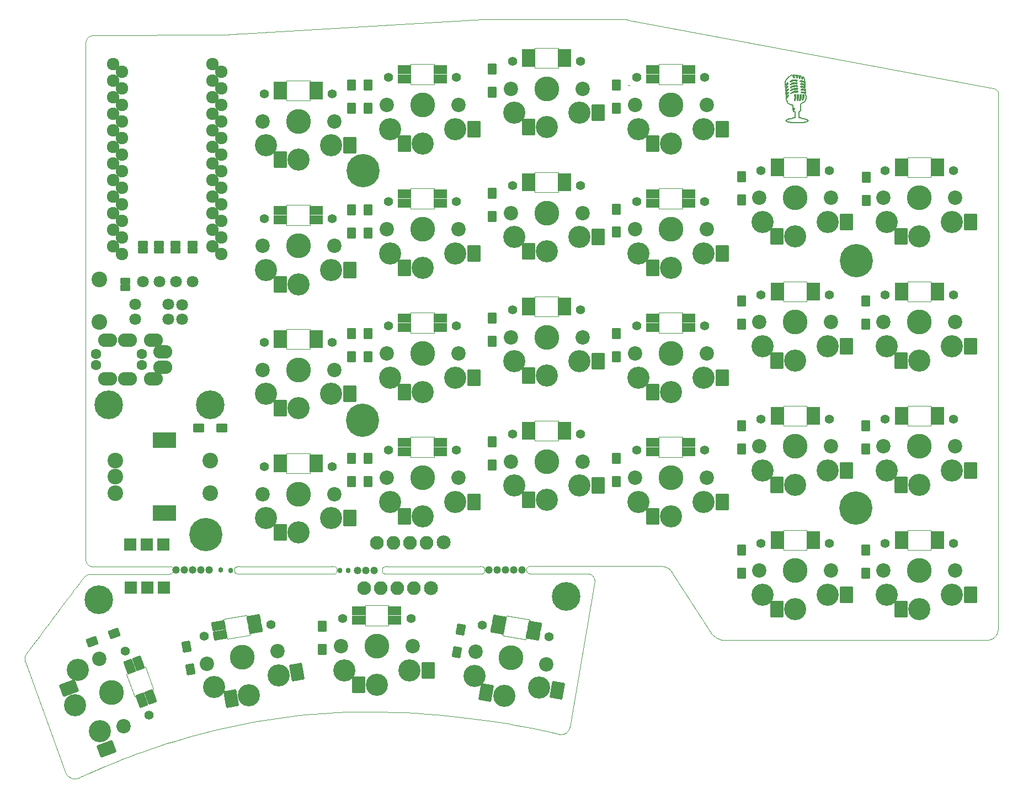
<source format=gts>
%TF.GenerationSoftware,KiCad,Pcbnew,(6.0.0)*%
%TF.CreationDate,2022-08-16T23:55:00+02:00*%
%TF.ProjectId,SofleKeyboard,536f666c-654b-4657-9962-6f6172642e6b,rev?*%
%TF.SameCoordinates,Original*%
%TF.FileFunction,Soldermask,Top*%
%TF.FilePolarity,Negative*%
%FSLAX46Y46*%
G04 Gerber Fmt 4.6, Leading zero omitted, Abs format (unit mm)*
G04 Created by KiCad (PCBNEW (6.0.0)) date 2022-08-16 23:55:00*
%MOMM*%
%LPD*%
G01*
G04 APERTURE LIST*
G04 Aperture macros list*
%AMRoundRect*
0 Rectangle with rounded corners*
0 $1 Rounding radius*
0 $2 $3 $4 $5 $6 $7 $8 $9 X,Y pos of 4 corners*
0 Add a 4 corners polygon primitive as box body*
4,1,4,$2,$3,$4,$5,$6,$7,$8,$9,$2,$3,0*
0 Add four circle primitives for the rounded corners*
1,1,$1+$1,$2,$3*
1,1,$1+$1,$4,$5*
1,1,$1+$1,$6,$7*
1,1,$1+$1,$8,$9*
0 Add four rect primitives between the rounded corners*
20,1,$1+$1,$2,$3,$4,$5,0*
20,1,$1+$1,$4,$5,$6,$7,0*
20,1,$1+$1,$6,$7,$8,$9,0*
20,1,$1+$1,$8,$9,$2,$3,0*%
G04 Aperture macros list end*
%ADD10C,0.200000*%
%ADD11C,0.090000*%
%TA.AperFunction,Profile*%
%ADD12C,0.120000*%
%TD*%
%ADD13C,1.187400*%
%ADD14C,4.400000*%
%ADD15C,1.797000*%
%ADD16C,1.600000*%
%ADD17O,2.900000X2.100000*%
%ADD18C,5.100000*%
%ADD19C,1.924000*%
%ADD20RoundRect,0.200000X0.571500X-0.317500X0.571500X0.317500X-0.571500X0.317500X-0.571500X-0.317500X0*%
%ADD21C,2.400000*%
%ADD22RoundRect,0.200000X-0.571500X0.317500X-0.571500X-0.317500X0.571500X-0.317500X0.571500X0.317500X0*%
%ADD23RoundRect,0.200000X-0.475000X0.650000X-0.475000X-0.650000X0.475000X-0.650000X0.475000X0.650000X0*%
%ADD24RoundRect,0.200000X-0.650000X-0.475000X0.650000X-0.475000X0.650000X0.475000X-0.650000X0.475000X0*%
%ADD25RoundRect,0.200000X0.448341X0.668667X-0.773260X0.224041X-0.448341X-0.668667X0.773260X-0.224041X0*%
%ADD26C,2.200000*%
%ADD27C,3.400000*%
%ADD28C,3.800000*%
%ADD29C,1.400000*%
%ADD30RoundRect,0.200000X0.850000X0.500000X-0.850000X0.500000X-0.850000X-0.500000X0.850000X-0.500000X0*%
%ADD31RoundRect,0.200000X0.800000X1.100000X-0.800000X1.100000X-0.800000X-1.100000X0.800000X-1.100000X0*%
%ADD32RoundRect,0.200000X0.760563X-0.627729X0.179129X0.969749X-0.760563X0.627729X-0.179129X-0.969749X0*%
%ADD33RoundRect,0.200000X1.307278X-0.375532X0.760046X1.127976X-1.307278X0.375532X-0.760046X-1.127976X0*%
%ADD34RoundRect,0.200000X-1.600000X-1.000000X1.600000X-1.000000X1.600000X1.000000X-1.600000X1.000000X0*%
%ADD35RoundRect,0.200000X0.750263X0.640005X-0.923911X0.344803X-0.750263X-0.640005X0.923911X-0.344803X0*%
%ADD36RoundRect,0.200000X0.596833X1.222207X-0.978859X0.944370X-0.596833X-1.222207X0.978859X-0.944370X0*%
%ADD37RoundRect,0.200000X0.923911X0.344803X-0.750263X0.640005X-0.923911X-0.344803X0.750263X-0.640005X0*%
%ADD38RoundRect,0.200000X0.978859X0.944370X-0.596833X1.222207X-0.978859X-0.944370X0.596833X-1.222207X0*%
%ADD39RoundRect,0.200000X-0.580655X0.557642X-0.354912X-0.722608X0.580655X-0.557642X0.354912X0.722608X0*%
%ADD40RoundRect,0.200000X-0.354912X0.722608X-0.580655X-0.557642X0.354912X-0.722608X0.580655X0.557642X0*%
%ADD41C,0.793700*%
%ADD42C,2.100000*%
%ADD43O,2.100000X2.100000*%
%ADD44C,2.152600*%
%ADD45RoundRect,0.200000X-0.762000X-0.762000X0.762000X-0.762000X0.762000X0.762000X-0.762000X0.762000X0*%
%ADD46RoundRect,0.200000X-0.762000X0.762000X-0.762000X-0.762000X0.762000X-0.762000X0.762000X0.762000X0*%
G04 APERTURE END LIST*
D10*
X197489726Y-46773377D02*
X197468560Y-46685183D01*
X195687037Y-44145178D02*
X195687037Y-44233373D01*
X197701384Y-45111786D02*
X197771944Y-45055351D01*
X197581452Y-46212451D02*
X197563817Y-45937295D01*
X197087554Y-43764172D02*
X197016994Y-43820629D01*
X196131540Y-44388596D02*
X196103312Y-44395658D01*
X196868834Y-44526184D02*
X196875896Y-44526184D01*
X197821338Y-44208676D02*
X198031160Y-44257980D01*
X198224063Y-44350514D01*
X198304642Y-44406230D01*
X197450926Y-42998650D02*
X197529303Y-43185179D01*
X197539120Y-43252640D01*
X196131540Y-44843671D02*
X196075084Y-44811933D01*
X197549692Y-43340835D02*
X197493257Y-43411394D01*
X197144011Y-43294993D02*
X197087554Y-43365532D01*
X197108720Y-46685183D02*
X197155463Y-46490270D01*
X197165754Y-46283116D01*
X197165177Y-46268907D01*
X197997727Y-46141891D02*
X197987133Y-45965502D01*
X198791477Y-49884880D02*
X198621861Y-49741109D01*
X198424135Y-49679321D01*
X198204490Y-49633982D01*
X197990664Y-49602640D01*
X196558388Y-48505506D02*
X196808868Y-48505506D01*
X195380122Y-44847203D02*
X195627049Y-44607316D01*
X197126355Y-44194572D02*
X197052285Y-44251007D01*
X196611313Y-47941071D02*
X196692445Y-48110397D01*
X195267230Y-44314505D02*
X195277803Y-44455624D01*
X196611313Y-48276214D02*
X196533691Y-48110397D01*
X198304642Y-44406230D02*
X198287007Y-44187510D01*
X197465029Y-48473768D02*
X197594966Y-48318073D01*
X197616721Y-48156260D01*
X196770067Y-45894964D02*
X196840605Y-45951399D01*
X197810744Y-45485729D02*
X198004789Y-45506895D01*
X196611313Y-48276214D02*
X196533691Y-48110397D01*
X197962458Y-43432560D02*
X197902470Y-43503120D01*
X195718775Y-44607316D02*
X195718775Y-44699042D01*
X195687037Y-44233373D02*
X195408329Y-44505018D01*
X198047121Y-45894964D02*
X198114150Y-45958461D01*
X197898939Y-43503120D02*
X197835441Y-43446685D01*
X197468560Y-46685183D02*
X197553051Y-46497139D01*
X197582804Y-46294482D01*
X197581452Y-46212451D01*
X197662584Y-44681407D02*
X197733144Y-44624951D01*
X197232205Y-45482198D02*
X197161645Y-45538655D01*
X196106843Y-45263478D02*
X196128009Y-45175283D01*
X196611313Y-48276214D02*
X196533691Y-48110397D01*
X195355425Y-49884880D02*
X195524818Y-50031668D01*
X195747695Y-50100264D01*
X195980571Y-50146177D01*
X196182532Y-50174487D01*
X196404661Y-50196909D01*
X196644045Y-50212865D01*
X196897770Y-50221782D01*
X197073451Y-50223532D01*
X196159747Y-45295237D02*
X196106843Y-45263478D01*
X197087554Y-43365532D02*
X197080513Y-43365532D01*
X197616721Y-48156260D02*
X197602618Y-47323709D01*
X197708447Y-46205410D02*
X197702020Y-46409793D01*
X197648543Y-46617797D01*
X197577921Y-46755742D01*
X198272882Y-43997018D02*
X198251717Y-43753600D01*
X196745370Y-43658343D02*
X196752411Y-43658343D01*
X195313093Y-44914231D02*
X195380122Y-44847203D01*
X198287007Y-44187510D02*
X198127510Y-44046235D01*
X197937374Y-43947715D01*
X197743716Y-43901761D01*
X195277803Y-44455624D02*
X195316624Y-44413293D01*
X195778762Y-45531592D02*
X195778762Y-45623318D01*
X196015118Y-43908823D02*
X196043346Y-43824160D01*
X197807235Y-44335670D02*
X197680218Y-44321567D01*
X197412104Y-43263234D02*
X197341978Y-43069897D01*
X197256902Y-42970422D01*
X197771944Y-45055351D02*
X197944802Y-45072986D01*
X197814276Y-43252640D02*
X197747247Y-43069210D01*
X197539120Y-43252640D02*
X197549692Y-43340835D01*
X198251717Y-43753600D02*
X198205686Y-43543128D01*
X198106686Y-43354754D01*
X197963759Y-43198161D01*
X197930698Y-43171508D01*
X196741839Y-43788869D02*
X196533378Y-43805723D01*
X196331767Y-43850092D01*
X196137649Y-43922620D01*
X196099781Y-43940561D01*
X196808868Y-49436845D02*
X196600229Y-49460270D01*
X196397056Y-49502716D01*
X196206689Y-49573090D01*
X196156216Y-49602640D01*
X197930698Y-45199980D02*
X197757841Y-45182346D01*
X195563552Y-46145422D02*
X195718775Y-45993730D01*
X197987133Y-45965502D02*
X198047121Y-45894964D01*
X196156216Y-49602640D02*
X195942390Y-49633982D01*
X195722750Y-49679321D01*
X195525031Y-49741109D01*
X195359108Y-49863183D01*
X195355425Y-49884880D01*
X197073451Y-50223532D02*
X197335120Y-50219628D01*
X197584388Y-50208300D01*
X197818344Y-50190125D01*
X198034074Y-50165676D01*
X198288328Y-50124316D01*
X198498100Y-50074192D01*
X198687242Y-50001291D01*
X198791477Y-49884880D01*
X196720673Y-46808646D02*
X196688914Y-46801584D01*
X195365997Y-45566861D02*
X195387163Y-45838507D01*
X196533691Y-48110397D02*
X196611313Y-47941071D01*
X195598842Y-44141647D02*
X195687037Y-44145178D01*
X195440088Y-46512325D02*
X195450660Y-46635788D01*
X196128009Y-45175283D02*
X196316137Y-45083559D01*
X196513854Y-45015651D01*
X196718846Y-44972879D01*
X196928800Y-44956563D01*
X197016994Y-43305565D02*
X197013485Y-43273806D01*
X196748901Y-46357102D02*
X196713611Y-45961992D01*
X196808868Y-48505506D02*
X196808868Y-49436845D01*
X197577921Y-46755742D02*
X197524995Y-46783949D01*
X197214549Y-45870267D02*
X197281578Y-45930233D01*
X196805336Y-44092253D02*
X196815930Y-44092253D01*
X196741839Y-42885759D02*
X196536817Y-42895582D01*
X196480787Y-42903394D01*
X196713611Y-45961992D02*
X196770067Y-45894964D01*
X197196914Y-45051820D02*
X197126355Y-45108255D01*
X197151052Y-45937295D02*
X197214549Y-45870267D01*
X198114150Y-45958461D02*
X198124722Y-46131319D01*
X196459621Y-48240923D02*
X196491230Y-48446306D01*
X196558388Y-48505506D01*
X197161645Y-44621420D02*
X197091085Y-44677876D01*
X197165177Y-46268907D02*
X197151052Y-45937295D01*
X197623783Y-44251007D02*
X197694343Y-44194572D01*
X195718775Y-45993730D02*
X195810500Y-45997262D01*
X195316624Y-44413293D02*
X195598842Y-44141647D01*
X197577921Y-43019816D02*
X197450926Y-42998650D01*
X195440088Y-45281112D02*
X195658809Y-45069454D01*
X196156216Y-45626849D02*
X196350855Y-45526416D01*
X196557068Y-45453100D01*
X196771881Y-45407564D01*
X196992319Y-45390473D01*
X196223244Y-45736209D02*
X196191506Y-45746782D01*
X196805336Y-44219269D02*
X196585536Y-44238781D01*
X196372323Y-44289438D01*
X196170226Y-44369292D01*
X196131540Y-44388596D01*
X198403430Y-45644484D02*
X198382243Y-45401066D01*
X196071553Y-44272173D02*
X196268127Y-44188877D01*
X196474328Y-44130436D01*
X196686384Y-44098259D01*
X196805336Y-44092253D01*
X196043346Y-43824160D02*
X196231919Y-43746652D01*
X196427922Y-43693063D01*
X196630415Y-43663859D01*
X196745370Y-43658343D01*
X196928800Y-45087089D02*
X196710762Y-45105058D01*
X196499369Y-45152692D01*
X196297917Y-45229520D01*
X196191506Y-45284644D01*
X196075084Y-44811933D02*
X196099781Y-44723739D01*
X197990664Y-45633890D02*
X197796641Y-45612724D01*
X197013485Y-43273806D02*
X196947562Y-43084040D01*
X196812709Y-42935754D01*
X196745370Y-42889290D01*
X196099781Y-44723739D02*
X196281954Y-44639782D01*
X196472397Y-44578655D01*
X196668795Y-44540680D01*
X196868834Y-44526184D01*
X197338034Y-48505506D02*
X197405063Y-48505506D01*
X195627049Y-44607316D02*
X195718775Y-44607316D01*
X196611313Y-47941071D02*
X196692445Y-48110397D01*
X197493257Y-43411394D02*
X197486195Y-43411394D01*
X196043346Y-44360368D02*
X196071553Y-44272173D01*
X197740206Y-45542186D02*
X197810744Y-45485729D01*
X195747003Y-45161180D02*
X195528283Y-45372838D01*
X195503585Y-45711512D02*
X195690568Y-45531592D01*
X195845791Y-43213840D02*
X195591780Y-43450195D01*
X197867201Y-46752211D02*
X197856607Y-46660486D01*
X197295703Y-46261845D02*
X197289049Y-46465059D01*
X197249990Y-46665027D01*
X197228674Y-46731045D01*
X197761372Y-47263743D02*
X197987133Y-47168486D01*
X197581452Y-43820629D02*
X197655521Y-43764172D01*
X197080513Y-43365532D02*
X197016994Y-43305565D01*
X195468316Y-44938928D02*
X195334386Y-45095921D01*
X195330728Y-45101214D01*
X197941270Y-43242068D02*
X197962458Y-43432560D01*
X197680218Y-44321567D02*
X197623783Y-44251007D01*
X198004789Y-45506895D02*
X198200841Y-45550301D01*
X198392143Y-45637620D01*
X198403430Y-45644484D01*
X196135050Y-45715044D02*
X196156216Y-45626849D01*
X197623783Y-45866736D02*
X197690812Y-45926702D01*
X195718775Y-44699042D02*
X195468316Y-44938928D01*
X195778762Y-45623318D02*
X195591780Y-45803238D01*
X196815930Y-44092253D02*
X197069920Y-44120481D01*
X196625416Y-43351428D02*
X196618354Y-43351428D01*
X197637887Y-43891167D02*
X197581452Y-43820629D01*
X198417533Y-45810279D02*
X198243905Y-45704688D01*
X198049521Y-45642632D01*
X197990664Y-45633890D01*
X196191506Y-45284644D02*
X196159747Y-45295237D01*
X198336401Y-44818974D02*
X198318745Y-44589682D01*
X197147520Y-46769846D02*
X197108720Y-46685183D01*
X197524995Y-46783949D02*
X197489726Y-46773377D01*
X196928800Y-44956563D02*
X196939394Y-44960094D01*
X197733144Y-44624951D02*
X197881304Y-44642585D01*
X196681873Y-43277337D02*
X196625416Y-43351428D01*
X197747247Y-43069210D02*
X197577921Y-43019816D01*
X195425985Y-46304177D02*
X195558933Y-46150063D01*
X195563552Y-46145422D01*
X196554856Y-43294993D02*
X196479013Y-43101405D01*
X196330612Y-42950607D01*
X196318501Y-42942216D01*
X197052285Y-44251007D02*
X196805336Y-44219269D01*
X196865303Y-44653179D02*
X196658409Y-44670232D01*
X196456961Y-44714805D01*
X196264718Y-44785960D01*
X196163278Y-44836630D01*
X197655521Y-43764172D02*
X197757841Y-43774766D01*
X198350505Y-44995363D02*
X198188595Y-44875255D01*
X198001755Y-44796444D01*
X197867201Y-44769602D01*
X195591780Y-45803238D02*
X195456700Y-45961470D01*
X195404819Y-46039593D01*
X196071553Y-43944092D02*
X196015118Y-43908823D01*
X196999360Y-45390473D02*
X197175749Y-45411660D01*
X197016994Y-43820629D02*
X196741839Y-43788869D01*
X197422697Y-43354959D02*
X197412104Y-43263234D01*
X197906001Y-46766315D02*
X197867201Y-46752211D01*
X196618354Y-43351428D02*
X196554856Y-43294993D01*
X196163278Y-44836630D02*
X196131540Y-44843671D01*
X197690812Y-45926702D02*
X197708447Y-46205410D01*
X197405063Y-48505506D02*
X197465029Y-48473768D01*
X195404819Y-46039593D02*
X195425985Y-46304177D01*
X196692445Y-48110397D02*
X196611313Y-48276214D01*
X197694343Y-44194572D02*
X197821338Y-44208676D01*
X196988788Y-45521020D02*
X196786818Y-45536775D01*
X196590141Y-45578335D01*
X196401402Y-45645034D01*
X196223244Y-45736209D01*
X197602618Y-47323709D02*
X197761372Y-47263743D01*
X195351894Y-45376369D02*
X195440088Y-45281112D01*
X196611313Y-47941071D02*
X196692445Y-48110397D01*
X197338034Y-49436845D02*
X197338034Y-48505506D01*
X198318745Y-44589682D02*
X198150077Y-44454427D01*
X197951649Y-44364940D01*
X197807235Y-44335670D01*
X197757841Y-45182346D02*
X197701384Y-45111786D01*
X197743716Y-43901761D02*
X197637887Y-43891167D01*
X196992319Y-42928091D02*
X197103792Y-43106413D01*
X197144011Y-43263234D01*
X197881304Y-44642585D02*
X198077439Y-44685855D01*
X198272051Y-44776710D01*
X198336401Y-44818974D01*
X196777108Y-46780418D02*
X196720673Y-46808646D01*
X197105189Y-44550881D02*
X197161645Y-44621420D01*
X196099781Y-43940561D02*
X196071553Y-43944092D01*
X197069920Y-44120481D02*
X197126355Y-44194572D01*
X197140480Y-44981260D02*
X197196914Y-45051820D01*
X197168708Y-46773377D02*
X197147520Y-46769846D01*
X197256902Y-42970422D02*
X196992319Y-42928091D01*
X195330728Y-45101214D02*
X195351894Y-45376369D01*
X197281578Y-45930233D02*
X197295703Y-46261845D01*
X196191506Y-45746782D02*
X196135050Y-45715044D01*
X195690568Y-45531592D02*
X195778762Y-45531592D01*
X196459621Y-47471870D02*
X196459621Y-48240923D01*
X196875896Y-46342977D02*
X196866644Y-46543202D01*
X196797816Y-46743164D01*
X196777108Y-46780418D01*
X195810500Y-46085456D02*
X195651746Y-46237148D01*
X196533691Y-48110397D02*
X196611313Y-47941071D01*
X195810500Y-45997262D02*
X195810500Y-46085456D01*
X195750534Y-45069454D02*
X195747003Y-45161180D01*
X197990664Y-49602640D02*
X197789599Y-49514147D01*
X197571043Y-49464199D01*
X197365328Y-49438952D01*
X197338034Y-49436845D01*
X198382243Y-45401066D02*
X198214438Y-45287704D01*
X198024363Y-45217025D01*
X197930698Y-45199980D01*
X195450660Y-46635788D02*
X195493822Y-46844865D01*
X195582393Y-47034484D01*
X195709590Y-47198102D01*
X195868631Y-47329181D01*
X196052734Y-47421179D01*
X196255115Y-47467557D01*
X196339667Y-47471870D01*
X197796641Y-45612724D02*
X197740206Y-45542186D01*
X197930698Y-43171508D02*
X197941270Y-43242068D01*
X196318501Y-42942216D02*
X196126759Y-43017922D01*
X195951393Y-43125262D01*
X195845791Y-43213840D01*
X196667748Y-46713389D02*
X196740792Y-46517966D01*
X196748901Y-46357102D01*
X198368139Y-45231740D02*
X198350505Y-44995363D01*
X196533691Y-48110397D02*
X196611313Y-47941071D01*
X197856607Y-46660486D02*
X197953107Y-46475255D01*
X197995736Y-46269971D01*
X197997727Y-46141891D01*
X197486195Y-43411394D02*
X197422697Y-43354959D01*
X195591780Y-43450195D02*
X195455561Y-43604790D01*
X195353967Y-43782865D01*
X195289214Y-43979549D01*
X195263521Y-44189970D01*
X195267230Y-44314505D01*
X197091085Y-44677876D02*
X196865303Y-44653179D01*
X197955395Y-46741618D02*
X197906001Y-46766315D01*
X197175749Y-45411660D02*
X197232205Y-45482198D01*
X197867201Y-44769602D02*
X197719040Y-44751946D01*
X197987133Y-47168486D02*
X198174026Y-47055293D01*
X198318918Y-46898167D01*
X198416268Y-46706856D01*
X198460534Y-46491111D01*
X198459865Y-46360611D01*
X198124722Y-46131319D02*
X198116576Y-46344771D01*
X198066952Y-46541691D01*
X197966783Y-46726871D01*
X197955395Y-46741618D01*
X197835441Y-43446685D02*
X197814276Y-43252640D01*
X196939394Y-44960094D02*
X197140480Y-44981260D01*
X195528283Y-45372838D02*
X195392865Y-45527902D01*
X195365997Y-45566861D01*
X197563817Y-45937295D02*
X197623783Y-45866736D01*
X197944802Y-45072986D02*
X198140106Y-45117534D01*
X198332780Y-45208680D01*
X198368139Y-45231740D01*
X195387163Y-45838507D02*
X195503585Y-45711512D01*
X197228674Y-46731045D02*
X197168708Y-46773377D01*
X196480787Y-42903394D02*
X196609136Y-43065450D01*
X196680053Y-43264150D01*
X196681873Y-43277337D01*
X196692445Y-48110397D02*
X196611313Y-48276214D01*
X196752411Y-43658343D02*
X197031119Y-43693612D01*
X197757841Y-43774766D02*
X197965449Y-43821829D01*
X198156689Y-43913171D01*
X198272882Y-43997018D01*
X196840605Y-45951399D02*
X196875896Y-46342977D01*
X197126355Y-45108255D02*
X196928800Y-45087089D01*
X196992319Y-45390473D02*
X196999360Y-45390473D01*
X197719040Y-44751946D02*
X197662584Y-44681407D01*
X197161645Y-45538655D02*
X196988788Y-45521020D01*
X197031119Y-43693612D02*
X197087554Y-43764172D01*
X197902470Y-43503120D02*
X197898939Y-43503120D01*
X197144011Y-43263234D02*
X197144011Y-43294993D01*
X195408329Y-44505018D02*
X195291927Y-44635545D01*
X195658809Y-45069454D02*
X195750534Y-45069454D01*
X196875896Y-44526184D02*
X197105189Y-44550881D01*
X198459865Y-46360611D02*
X198417533Y-45810279D01*
X196103312Y-44395658D02*
X196043346Y-44360368D01*
X196688914Y-46801584D02*
X196667748Y-46713389D01*
X196745370Y-42889290D02*
X196741839Y-42885759D01*
X195651746Y-46237148D02*
X195516898Y-46392868D01*
X195440088Y-46512325D01*
X195291927Y-44635545D02*
X195313093Y-44914231D01*
X196339667Y-47471870D02*
X196459621Y-47471870D01*
X196692445Y-48110397D02*
X196611313Y-48276214D01*
D11*
X87912739Y-117125430D02*
X87918440Y-117242752D01*
X87935201Y-117356250D01*
X87962504Y-117465408D01*
X87999832Y-117569708D01*
X88046669Y-117668634D01*
X88102497Y-117761669D01*
X88166800Y-117848297D01*
X88239062Y-117928000D01*
X88318765Y-118000261D01*
X88405392Y-118064564D01*
X88498427Y-118120393D01*
X88597353Y-118167229D01*
X88701654Y-118204557D01*
X88810811Y-118231860D01*
X88924310Y-118248621D01*
X89041632Y-118254323D01*
X162218324Y-142790013D02*
X166017748Y-120476819D01*
X78634688Y-132859332D02*
X84773030Y-149722105D01*
X149147912Y-118805741D02*
X149141400Y-118928748D01*
X149122280Y-119034082D01*
X149091172Y-119123086D01*
X149023386Y-119228913D01*
X148932113Y-119305557D01*
X148819447Y-119357550D01*
X148687479Y-119389429D01*
X148589812Y-119401745D01*
X148485116Y-119408481D01*
X148374012Y-119410979D01*
X148257121Y-119410583D01*
X148135061Y-119408637D01*
X148008454Y-119406484D01*
X147877920Y-119405468D01*
X177906363Y-119171537D02*
X183621346Y-128096832D01*
X171122432Y-34462538D02*
X170780248Y-34399041D01*
X89041632Y-118254323D02*
X100076532Y-118254323D01*
X183621346Y-128096832D02*
X183713071Y-128235064D01*
X183806789Y-128364219D01*
X183902180Y-128484606D01*
X183998920Y-128596530D01*
X184096688Y-128700300D01*
X184195163Y-128796223D01*
X184294023Y-128884606D01*
X184392946Y-128965758D01*
X184491611Y-129039985D01*
X184589695Y-129107595D01*
X184686878Y-129168895D01*
X184782837Y-129224193D01*
X184877251Y-129273797D01*
X184969798Y-129318013D01*
X185060156Y-129357150D01*
X185148004Y-129391514D01*
X185233021Y-129421414D01*
X185393271Y-129469049D01*
X185538333Y-129502514D01*
X185665634Y-129524269D01*
X185772600Y-129536775D01*
X185889292Y-129543569D01*
X185949692Y-129543212D01*
X87912739Y-92787294D02*
X87912739Y-117125430D01*
X101346523Y-118818759D02*
X101340011Y-118941766D01*
X101320891Y-119047099D01*
X101289783Y-119136104D01*
X101221997Y-119241931D01*
X101130724Y-119318574D01*
X101018058Y-119370567D01*
X100886091Y-119402446D01*
X100788423Y-119414762D01*
X100683727Y-119421498D01*
X100572624Y-119423996D01*
X100455732Y-119423600D01*
X100333673Y-119421654D01*
X100207066Y-119419501D01*
X100076532Y-119418485D01*
X87595252Y-119947652D02*
X87535762Y-120017108D01*
X87524692Y-120053481D01*
X185949692Y-129543212D02*
X186059451Y-129543212D01*
X186379631Y-129543212D01*
X186896581Y-129543212D01*
X187596653Y-129543212D01*
X188466198Y-129543212D01*
X189491567Y-129543212D01*
X190659111Y-129543212D01*
X191955180Y-129543212D01*
X193366126Y-129543212D01*
X194878299Y-129543212D01*
X196478052Y-129543212D01*
X198151733Y-129543212D01*
X199885696Y-129543212D01*
X201666289Y-129543212D01*
X203479866Y-129543212D01*
X205312775Y-129543212D01*
X207151369Y-129543212D01*
X208981999Y-129543212D01*
X210791015Y-129543212D01*
X212564768Y-129543212D01*
X214289609Y-129543212D01*
X215951890Y-129543212D01*
X217537961Y-129543212D01*
X219034173Y-129543212D01*
X220426877Y-129543212D01*
X221702424Y-129543212D01*
X222847166Y-129543212D01*
X223847452Y-129543212D01*
X224689634Y-129543212D01*
X225360064Y-129543212D01*
X225845091Y-129543212D01*
X226131068Y-129543212D01*
X89178556Y-36824266D02*
X89056504Y-36825153D01*
X162207752Y-142842938D02*
X162218324Y-142790013D01*
X156831401Y-119347926D02*
X156700866Y-119348942D01*
X156574259Y-119351096D01*
X156452199Y-119353043D01*
X156335308Y-119353440D01*
X156224204Y-119350944D01*
X156119508Y-119344210D01*
X156021841Y-119331895D01*
X155931821Y-119312656D01*
X155812488Y-119267874D01*
X155713852Y-119199954D01*
X155638005Y-119104361D01*
X155587040Y-118976561D01*
X155567920Y-118871227D01*
X155561409Y-118748221D01*
X78811077Y-131624609D02*
X78749822Y-131718793D01*
X78698077Y-131815873D01*
X78655426Y-131915436D01*
X78621456Y-132017067D01*
X78595755Y-132120353D01*
X78577909Y-132224878D01*
X78567504Y-132330230D01*
X78564128Y-132435994D01*
X171390546Y-44486572D02*
X171122432Y-44437178D01*
X134684023Y-119405468D02*
X134553488Y-119406484D01*
X134426881Y-119408637D01*
X134304822Y-119410583D01*
X134187930Y-119410979D01*
X134076826Y-119408481D01*
X133972131Y-119401745D01*
X133874463Y-119389429D01*
X133784444Y-119370188D01*
X133665111Y-119325403D01*
X133566475Y-119257480D01*
X133490628Y-119161884D01*
X133439663Y-119034082D01*
X133420543Y-118928748D01*
X133414032Y-118805741D01*
X134684023Y-118241305D02*
X147877920Y-118241305D01*
X110737466Y-118805741D02*
X110743977Y-118683130D01*
X110763097Y-118578916D01*
X110794205Y-118491652D01*
X110861991Y-118389372D01*
X110953264Y-118317091D01*
X111065930Y-118269925D01*
X111197897Y-118242989D01*
X111295565Y-118233861D01*
X111400261Y-118230106D01*
X111511364Y-118230279D01*
X111628256Y-118232932D01*
X111750315Y-118236619D01*
X111876922Y-118239892D01*
X112007457Y-118241305D01*
X227965517Y-45793759D02*
X227956404Y-45661770D01*
X227930652Y-45543165D01*
X227890638Y-45437272D01*
X227838738Y-45343419D01*
X227777329Y-45260935D01*
X227708789Y-45189148D01*
X227635495Y-45127386D01*
X227559824Y-45074977D01*
X227447060Y-45012431D01*
X227342319Y-44967152D01*
X227253623Y-44936872D01*
X227163244Y-44913579D01*
X227154132Y-44911814D01*
X100076532Y-119418485D02*
X88583026Y-119418485D01*
X88582137Y-129391746D02*
X88582137Y-129391746D01*
X112066611Y-36536873D02*
X111950673Y-36546557D01*
X111815190Y-36557650D01*
X111636418Y-36572012D01*
X111532766Y-36580207D01*
X111420651Y-36588967D01*
X111300860Y-36598206D01*
X111174180Y-36607841D01*
X111041396Y-36617787D01*
X110903296Y-36627959D01*
X110760666Y-36638274D01*
X110614292Y-36648647D01*
X110464961Y-36658994D01*
X110313460Y-36669231D01*
X110160574Y-36679272D01*
X110007091Y-36689034D01*
X109853796Y-36698433D01*
X109701476Y-36707384D01*
X109550919Y-36715803D01*
X109402909Y-36723605D01*
X109258234Y-36730706D01*
X109117680Y-36737023D01*
X108982034Y-36742470D01*
X108852082Y-36746963D01*
X108728611Y-36750418D01*
X108612406Y-36752750D01*
X108504255Y-36753876D01*
X108404945Y-36753711D01*
X125201355Y-119405468D02*
X112007457Y-119405468D01*
X133414032Y-118805741D02*
X133420543Y-118683130D01*
X133439663Y-118578916D01*
X133470771Y-118491652D01*
X133538557Y-118389372D01*
X133629829Y-118317091D01*
X133742496Y-118269925D01*
X133874463Y-118242989D01*
X133972131Y-118233861D01*
X134076826Y-118230106D01*
X134187930Y-118230279D01*
X134304822Y-118232932D01*
X134426881Y-118236619D01*
X134553488Y-118239892D01*
X134684023Y-118241305D01*
X126471346Y-118805741D02*
X126464834Y-118928748D01*
X126445714Y-119034082D01*
X126414606Y-119123086D01*
X126346820Y-119228913D01*
X126255547Y-119305557D01*
X126142881Y-119357550D01*
X126010914Y-119389429D01*
X125913246Y-119401745D01*
X125808550Y-119408481D01*
X125697447Y-119410979D01*
X125580555Y-119410583D01*
X125458496Y-119408637D01*
X125331889Y-119406484D01*
X125201355Y-119405468D01*
X164888855Y-119347926D02*
X156831401Y-119347926D01*
X155561409Y-118748221D02*
X155567920Y-118625609D01*
X155587040Y-118521395D01*
X155618148Y-118434130D01*
X155685934Y-118331848D01*
X155777207Y-118259564D01*
X155889873Y-118212394D01*
X156021841Y-118185456D01*
X156119508Y-118176325D01*
X156224204Y-118172569D01*
X156335308Y-118172740D01*
X156452199Y-118175392D01*
X156574259Y-118179078D01*
X156700866Y-118182350D01*
X156831401Y-118183763D01*
X84773030Y-149722105D02*
X84813402Y-149817302D01*
X84853425Y-149898247D01*
X84908021Y-149996013D01*
X84977810Y-150105483D01*
X85063411Y-150221543D01*
X85165446Y-150339075D01*
X85284533Y-150452963D01*
X85421294Y-150558093D01*
X85576348Y-150649347D01*
X85660928Y-150688173D01*
X85750315Y-150721611D01*
X85844585Y-150749022D01*
X85943816Y-150769767D01*
X86048085Y-150783206D01*
X86157470Y-150788700D01*
X86272048Y-150785609D01*
X86391897Y-150773294D01*
X86517095Y-150751115D01*
X86647718Y-150718433D01*
X86783846Y-150674609D01*
X227965517Y-127355985D02*
X227965517Y-127124113D01*
X227965517Y-126448142D01*
X227965517Y-125357531D01*
X227965517Y-123881744D01*
X227965517Y-122050242D01*
X227965517Y-119892487D01*
X227965517Y-117437942D01*
X227965517Y-114716068D01*
X227965517Y-111756328D01*
X227965517Y-108588183D01*
X227965517Y-105241095D01*
X227965517Y-101744527D01*
X227965517Y-98127940D01*
X227965517Y-94420797D01*
X227965517Y-90652559D01*
X227965517Y-86852689D01*
X227965517Y-83050648D01*
X227965517Y-79275899D01*
X227965517Y-75557904D01*
X227965517Y-71926124D01*
X227965517Y-68410021D01*
X227965517Y-65039059D01*
X227965517Y-61842698D01*
X227965517Y-58850401D01*
X227965517Y-56091629D01*
X227965517Y-53595845D01*
X227965517Y-51392511D01*
X227965517Y-49511089D01*
X227965517Y-47981041D01*
X227965517Y-46831828D01*
X227965517Y-46092913D01*
X227965517Y-45793759D01*
X166017748Y-120476819D02*
X166012046Y-120359496D01*
X165995285Y-120245998D01*
X165967982Y-120136840D01*
X165930654Y-120032540D01*
X165883817Y-119933614D01*
X165827989Y-119840579D01*
X165763686Y-119753951D01*
X165691424Y-119674249D01*
X165611721Y-119601987D01*
X165525094Y-119537684D01*
X165432059Y-119481855D01*
X165333133Y-119435019D01*
X165228832Y-119397691D01*
X165119675Y-119370388D01*
X165006176Y-119353627D01*
X164888855Y-119347926D01*
X112007457Y-118241305D02*
X125201355Y-118241305D01*
X148943295Y-34399041D02*
X112066611Y-36536873D01*
X160584961Y-143971832D02*
X160707512Y-143985550D01*
X160843696Y-143988833D01*
X160954531Y-143983421D01*
X161077485Y-143968733D01*
X161209198Y-143942030D01*
X161346312Y-143900574D01*
X161485467Y-143841625D01*
X161623304Y-143762446D01*
X161756464Y-143660296D01*
X161881589Y-143532438D01*
X161940089Y-143458012D01*
X161995320Y-143376132D01*
X162046862Y-143286456D01*
X162094297Y-143188640D01*
X162137203Y-143082344D01*
X162175161Y-142967224D01*
X162207752Y-142842938D01*
X108404945Y-36753711D02*
X89178556Y-36824266D01*
X122590790Y-140902661D02*
X124437918Y-140759377D01*
X126273097Y-140652261D01*
X128093264Y-140579238D01*
X129895357Y-140538236D01*
X131676314Y-140527180D01*
X133433074Y-140543997D01*
X135162575Y-140586614D01*
X136861754Y-140652957D01*
X138527550Y-140740952D01*
X140156902Y-140848527D01*
X141746747Y-140973606D01*
X143294023Y-141114118D01*
X144795670Y-141267988D01*
X146248624Y-141433143D01*
X147649824Y-141607509D01*
X148996209Y-141789014D01*
X150284715Y-141975582D01*
X151512283Y-142165141D01*
X152675849Y-142355618D01*
X153772352Y-142544938D01*
X154798730Y-142731029D01*
X155751921Y-142911816D01*
X156628864Y-143085226D01*
X157426496Y-143249186D01*
X158141756Y-143401623D01*
X158771582Y-143540461D01*
X159312913Y-143663629D01*
X159762685Y-143769053D01*
X160117838Y-143854658D01*
X160375309Y-143918372D01*
X160532037Y-143958121D01*
X160584961Y-143971832D01*
X125201355Y-118241305D02*
X125331889Y-118239892D01*
X125458496Y-118236619D01*
X125580555Y-118232932D01*
X125697447Y-118230279D01*
X125808550Y-118230106D01*
X125913246Y-118233861D01*
X126010914Y-118242989D01*
X126100933Y-118258939D01*
X126220266Y-118298820D01*
X126318902Y-118362187D01*
X126394749Y-118453924D01*
X126445714Y-118578916D01*
X126464834Y-118683130D01*
X126471346Y-118805741D01*
X78564128Y-132435994D02*
X78568824Y-132528592D01*
X78581435Y-132621195D01*
X78599743Y-132713802D01*
X78621530Y-132806412D01*
X78634688Y-132859332D01*
X147877920Y-119405468D02*
X134684023Y-119405468D01*
X87524692Y-120053481D02*
X87427221Y-120183042D01*
X87310140Y-120338667D01*
X87151725Y-120549230D01*
X86955146Y-120810514D01*
X86723576Y-121118300D01*
X86460187Y-121468370D01*
X86168149Y-121856507D01*
X85850634Y-122278491D01*
X85510815Y-122730106D01*
X85151863Y-123207132D01*
X84776949Y-123705353D01*
X84389245Y-124220549D01*
X83991923Y-124748503D01*
X83588154Y-125284996D01*
X83181110Y-125825811D01*
X82773963Y-126366729D01*
X82369884Y-126903532D01*
X81972045Y-127432003D01*
X81583618Y-127947923D01*
X81207774Y-128447074D01*
X80847685Y-128925238D01*
X80506522Y-129378196D01*
X80187458Y-129801732D01*
X79893663Y-130191626D01*
X79628311Y-130543661D01*
X79394571Y-130853618D01*
X79195616Y-131117280D01*
X79034617Y-131330427D01*
X78914747Y-131488844D01*
X78839176Y-131588310D01*
X78811077Y-131624609D01*
X147877920Y-118241305D02*
X148008454Y-118239892D01*
X148135061Y-118236619D01*
X148257121Y-118232932D01*
X148374012Y-118230279D01*
X148485116Y-118230106D01*
X148589812Y-118233861D01*
X148687479Y-118242989D01*
X148777499Y-118258939D01*
X148896832Y-118298820D01*
X148995468Y-118362187D01*
X149071315Y-118453924D01*
X149122280Y-118578916D01*
X149141400Y-118683130D01*
X149147912Y-118805741D01*
X171122432Y-44437178D02*
X171215334Y-44453432D01*
X171309039Y-44470231D01*
X171390546Y-44486572D01*
X112007457Y-119405468D02*
X111876922Y-119406484D01*
X111750315Y-119408637D01*
X111628256Y-119410583D01*
X111511364Y-119410979D01*
X111400261Y-119408481D01*
X111295565Y-119401745D01*
X111197897Y-119389429D01*
X111107878Y-119370188D01*
X110988545Y-119325403D01*
X110889909Y-119257480D01*
X110814062Y-119161884D01*
X110763097Y-119034082D01*
X110743977Y-118928748D01*
X110737466Y-118805741D01*
X227154132Y-44911814D02*
X171390546Y-34511932D01*
X156831401Y-118183763D02*
X176283572Y-118219054D01*
X176283572Y-118219054D02*
X176387549Y-118221786D01*
X176487832Y-118229750D01*
X176584446Y-118242598D01*
X176677417Y-118259981D01*
X176766770Y-118281549D01*
X176934728Y-118335847D01*
X177088527Y-118402702D01*
X177228373Y-118479324D01*
X177354473Y-118562922D01*
X177467034Y-118650705D01*
X177566263Y-118739885D01*
X177652365Y-118827668D01*
X177725549Y-118911266D01*
X177786019Y-118987888D01*
X177853342Y-119083636D01*
X177900540Y-119160840D01*
X177906363Y-119171537D01*
X171390546Y-34511932D02*
X171122432Y-34462538D01*
X86783846Y-150674609D02*
X86982582Y-150595612D01*
X87253801Y-150479208D01*
X87596191Y-150327678D01*
X88008442Y-150143300D01*
X88489241Y-149928356D01*
X89037277Y-149685126D01*
X89651240Y-149415890D01*
X90329817Y-149122928D01*
X91071698Y-148808520D01*
X91875571Y-148474947D01*
X92740126Y-148124489D01*
X93664050Y-147759426D01*
X94646032Y-147382038D01*
X95684762Y-146994605D01*
X96778927Y-146599408D01*
X97927217Y-146198727D01*
X99128320Y-145794843D01*
X100380925Y-145390034D01*
X101683721Y-144986583D01*
X103035397Y-144586768D01*
X104434640Y-144192870D01*
X105880141Y-143807169D01*
X107370587Y-143431946D01*
X108904667Y-143069480D01*
X110481070Y-142722053D01*
X112098485Y-142391943D01*
X113755601Y-142081432D01*
X115451105Y-141792800D01*
X117183688Y-141528326D01*
X118952037Y-141290292D01*
X120754841Y-141080976D01*
X122590790Y-140902661D01*
X100076532Y-118254323D02*
X100207066Y-118252910D01*
X100333673Y-118249637D01*
X100455732Y-118245950D01*
X100572624Y-118243297D01*
X100683727Y-118243124D01*
X100788423Y-118246878D01*
X100886091Y-118256007D01*
X100976110Y-118271957D01*
X101095443Y-118311837D01*
X101194079Y-118375204D01*
X101269926Y-118466942D01*
X101320891Y-118591934D01*
X101340011Y-118696148D01*
X101346523Y-118818759D01*
X226131068Y-129543212D02*
X226307040Y-129536937D01*
X226471417Y-129518648D01*
X226624594Y-129489145D01*
X226766963Y-129449229D01*
X226898920Y-129399701D01*
X227020859Y-129341363D01*
X227133172Y-129275015D01*
X227236255Y-129201457D01*
X227330501Y-129121492D01*
X227416305Y-129035920D01*
X227494060Y-128945542D01*
X227564160Y-128851159D01*
X227627000Y-128753572D01*
X227682973Y-128653583D01*
X227732474Y-128551991D01*
X227775896Y-128449598D01*
X227813634Y-128347205D01*
X227846082Y-128245613D01*
X227873633Y-128145624D01*
X227896682Y-128048037D01*
X227915623Y-127953654D01*
X227930849Y-127863276D01*
X227951735Y-127697739D01*
X227962493Y-127557833D01*
X227966274Y-127449967D01*
X227965517Y-127355985D01*
X170780248Y-34399041D02*
X170643112Y-34386626D01*
X170395480Y-34375788D01*
X170044883Y-34366449D01*
X169598852Y-34358530D01*
X169064920Y-34351955D01*
X168450618Y-34346645D01*
X167763478Y-34342525D01*
X167011032Y-34339515D01*
X166200812Y-34337538D01*
X165340349Y-34336518D01*
X164437176Y-34336376D01*
X163498825Y-34337035D01*
X162532826Y-34338417D01*
X161546712Y-34340445D01*
X160548016Y-34343041D01*
X159544268Y-34346129D01*
X158543000Y-34349630D01*
X157551745Y-34353466D01*
X156578033Y-34357561D01*
X155629398Y-34361837D01*
X154713371Y-34366216D01*
X153837483Y-34370621D01*
X153009267Y-34374974D01*
X152236255Y-34379199D01*
X151525977Y-34383216D01*
X150885967Y-34386949D01*
X150323755Y-34390321D01*
X149846874Y-34393253D01*
X149462856Y-34395669D01*
X149179232Y-34397490D01*
X149003534Y-34398640D01*
X148943295Y-34399041D01*
X88583026Y-119418485D02*
X88474870Y-119432973D01*
X88368924Y-119456239D01*
X88265537Y-119487760D01*
X88165057Y-119527012D01*
X88067834Y-119573472D01*
X87974216Y-119626618D01*
X87884552Y-119685925D01*
X87799191Y-119750871D01*
X87718482Y-119820933D01*
X87642774Y-119895588D01*
X87595252Y-119947652D01*
X89056504Y-36825153D02*
X88939181Y-36830854D01*
X88825683Y-36847615D01*
X88716525Y-36874918D01*
X88612225Y-36912246D01*
X88513299Y-36959083D01*
X88420263Y-37014911D01*
X88333636Y-37079214D01*
X88253933Y-37151476D01*
X88181671Y-37231179D01*
X88117368Y-37317806D01*
X88061540Y-37410841D01*
X88014703Y-37509767D01*
X87977375Y-37614068D01*
X87950072Y-37723225D01*
X87933311Y-37836724D01*
X87927610Y-37954046D01*
X87927610Y-37954046D02*
X87912739Y-92787294D01*
D12*
X118750000Y-43751000D02*
X118750000Y-46851000D01*
X118750000Y-46851000D02*
X122350000Y-46851000D01*
X122350000Y-46851000D02*
X122350000Y-43751000D01*
X122350000Y-43751000D02*
X118750000Y-43751000D01*
X156850000Y-38751000D02*
X156850000Y-41851000D01*
X156850000Y-41851000D02*
X160450000Y-41851000D01*
X160450000Y-41851000D02*
X160450000Y-38751000D01*
X160450000Y-38751000D02*
X156850000Y-38751000D01*
X122350000Y-84951000D02*
X122350000Y-81851000D01*
X118750000Y-84951000D02*
X122350000Y-84951000D01*
X122350000Y-81851000D02*
X118750000Y-81851000D01*
X118750000Y-81851000D02*
X118750000Y-84951000D01*
X141400000Y-79351000D02*
X137800000Y-79351000D01*
X137800000Y-79351000D02*
X137800000Y-82451000D01*
X141400000Y-82451000D02*
X141400000Y-79351000D01*
X137800000Y-82451000D02*
X141400000Y-82451000D01*
X122350000Y-100901000D02*
X118750000Y-100901000D01*
X118750000Y-100901000D02*
X118750000Y-104001000D01*
X118750000Y-104001000D02*
X122350000Y-104001000D01*
X122350000Y-104001000D02*
X122350000Y-100901000D01*
X156850000Y-95901000D02*
X156850000Y-99001000D01*
X160450000Y-95901000D02*
X156850000Y-95901000D01*
X160450000Y-99001000D02*
X160450000Y-95901000D01*
X156850000Y-99001000D02*
X160450000Y-99001000D01*
X198589120Y-112643640D02*
X194989120Y-112643640D01*
X194989120Y-115743640D02*
X198589120Y-115743640D01*
X198589120Y-115743640D02*
X198589120Y-112643640D01*
X194989120Y-112643640D02*
X194989120Y-115743640D01*
X97123922Y-133711948D02*
X94210875Y-134772211D01*
X94210875Y-134772211D02*
X95442147Y-138155104D01*
X98355194Y-137094842D02*
X97123922Y-133711948D01*
X95442147Y-138155104D02*
X98355194Y-137094842D01*
X112636646Y-125726010D02*
X109091339Y-126351143D01*
X113174956Y-128778914D02*
X112636646Y-125726010D01*
X109091339Y-126351143D02*
X109629648Y-129404047D01*
X109629648Y-129404047D02*
X113174956Y-128778914D01*
X214039120Y-74543640D02*
X214039120Y-77643640D01*
X217639120Y-77643640D02*
X217639120Y-74543640D01*
X217639120Y-74543640D02*
X214039120Y-74543640D01*
X214039120Y-77643640D02*
X217639120Y-77643640D01*
X217639120Y-93593640D02*
X214039120Y-93593640D01*
X217639120Y-96693640D02*
X217639120Y-93593640D01*
X214039120Y-96693640D02*
X217639120Y-96693640D01*
X214039120Y-93593640D02*
X214039120Y-96693640D01*
X217639120Y-112643640D02*
X214039120Y-112643640D01*
X217639120Y-115743640D02*
X217639120Y-112643640D01*
X214039120Y-115743640D02*
X217639120Y-115743640D01*
X214039120Y-112643640D02*
X214039120Y-115743640D01*
X179500000Y-44351000D02*
X179500000Y-41251000D01*
X179500000Y-41251000D02*
X175900000Y-41251000D01*
X175900000Y-44351000D02*
X179500000Y-44351000D01*
X175900000Y-41251000D02*
X175900000Y-44351000D01*
X194989120Y-58593640D02*
X198589120Y-58593640D01*
X198589120Y-55493640D02*
X194989120Y-55493640D01*
X194989120Y-55493640D02*
X194989120Y-58593640D01*
X198589120Y-58593640D02*
X198589120Y-55493640D01*
X137800000Y-60301000D02*
X137800000Y-63401000D01*
X137800000Y-63401000D02*
X141400000Y-63401000D01*
X141400000Y-63401000D02*
X141400000Y-60301000D01*
X141400000Y-60301000D02*
X137800000Y-60301000D01*
X175900000Y-60301000D02*
X175900000Y-63401000D01*
X179500000Y-60301000D02*
X175900000Y-60301000D01*
X175900000Y-63401000D02*
X179500000Y-63401000D01*
X179500000Y-63401000D02*
X179500000Y-60301000D01*
X160450000Y-57801000D02*
X156850000Y-57801000D01*
X156850000Y-60901000D02*
X160450000Y-60901000D01*
X160450000Y-60901000D02*
X160450000Y-57801000D01*
X156850000Y-57801000D02*
X156850000Y-60901000D01*
X175900000Y-82451000D02*
X179500000Y-82451000D01*
X175900000Y-79351000D02*
X175900000Y-82451000D01*
X179500000Y-79351000D02*
X175900000Y-79351000D01*
X179500000Y-82451000D02*
X179500000Y-79351000D01*
X217639120Y-55493640D02*
X214039120Y-55493640D01*
X214039120Y-58593640D02*
X217639120Y-58593640D01*
X214039120Y-55493640D02*
X214039120Y-58593640D01*
X217639120Y-58593640D02*
X217639120Y-55493640D01*
X118750000Y-65951000D02*
X122350000Y-65951000D01*
X122350000Y-65951000D02*
X122350000Y-62851000D01*
X122350000Y-62851000D02*
X118750000Y-62851000D01*
X118750000Y-62851000D02*
X118750000Y-65951000D01*
X194989120Y-77643640D02*
X198589120Y-77643640D01*
X198589120Y-77643640D02*
X198589120Y-74543640D01*
X194989120Y-74543640D02*
X194989120Y-77643640D01*
X198589120Y-74543640D02*
X194989120Y-74543640D01*
X175900000Y-98401000D02*
X175900000Y-101501000D01*
X179500000Y-98401000D02*
X175900000Y-98401000D01*
X179500000Y-101501000D02*
X179500000Y-98401000D01*
X175900000Y-101501000D02*
X179500000Y-101501000D01*
X194989120Y-93593640D02*
X194989120Y-96693640D01*
X198589120Y-93593640D02*
X194989120Y-93593640D01*
X198589120Y-96693640D02*
X198589120Y-93593640D01*
X194989120Y-96693640D02*
X198589120Y-96693640D01*
X151953284Y-128848914D02*
X155498592Y-129474047D01*
X156036901Y-126421143D02*
X152491594Y-125796010D01*
X155498592Y-129474047D02*
X156036901Y-126421143D01*
X152491594Y-125796010D02*
X151953284Y-128848914D01*
X160450000Y-76851000D02*
X156850000Y-76851000D01*
X156850000Y-76851000D02*
X156850000Y-79951000D01*
X156850000Y-79951000D02*
X160450000Y-79951000D01*
X160450000Y-79951000D02*
X160450000Y-76851000D01*
X137800000Y-41251000D02*
X137800000Y-44351000D01*
X141400000Y-44351000D02*
X141400000Y-41251000D01*
X137800000Y-44351000D02*
X141400000Y-44351000D01*
X141400000Y-41251000D02*
X137800000Y-41251000D01*
X137800000Y-101501000D02*
X141400000Y-101501000D01*
X137800000Y-98401000D02*
X137800000Y-101501000D01*
X141400000Y-98401000D02*
X137800000Y-98401000D01*
X141400000Y-101501000D02*
X141400000Y-98401000D01*
X130799120Y-127303640D02*
X134399120Y-127303640D01*
X130799120Y-124203640D02*
X130799120Y-127303640D01*
X134399120Y-124203640D02*
X130799120Y-124203640D01*
X134399120Y-127303640D02*
X134399120Y-124203640D01*
D13*
X132189120Y-118838640D03*
X129649120Y-118838640D03*
X130919120Y-118838640D03*
D14*
X161689120Y-122812640D03*
X89949120Y-123382640D03*
D15*
X95499272Y-80311965D03*
X100579272Y-80311965D03*
X95499272Y-78061965D03*
X100579272Y-78061965D03*
D16*
X96500000Y-87400000D03*
X96500000Y-85650000D03*
X89500000Y-85650000D03*
X89500000Y-87400000D03*
D17*
X98300000Y-89500000D03*
X98300000Y-83550000D03*
X94300000Y-83550000D03*
X94300000Y-89500000D03*
X91300000Y-83550000D03*
X91300000Y-89500000D03*
X99800000Y-87750000D03*
X99800000Y-85300000D03*
D15*
X102700000Y-80300000D03*
X102700000Y-78100000D03*
D18*
X106399120Y-113372640D03*
D19*
X108718815Y-42425745D03*
X92180000Y-41230000D03*
X108718815Y-44965745D03*
X92180000Y-43770000D03*
X108718815Y-47505745D03*
X92180000Y-46310000D03*
X108718815Y-50045745D03*
X92180000Y-48850000D03*
X108718815Y-52585745D03*
X92180000Y-51390000D03*
X92180000Y-53930000D03*
X108718815Y-55125745D03*
X108718815Y-57665745D03*
X92180000Y-56470000D03*
X108718815Y-60205745D03*
X92180000Y-59010000D03*
X108718815Y-62745745D03*
X92180000Y-61550000D03*
X92180000Y-64090000D03*
X108718815Y-65285745D03*
X108718815Y-67825745D03*
X92180000Y-66630000D03*
X108718815Y-70365745D03*
X92180000Y-69170000D03*
X93478815Y-70365745D03*
X107420000Y-69170000D03*
X107420000Y-66630000D03*
X93478815Y-67825745D03*
X93478815Y-65285745D03*
X107420000Y-64090000D03*
X93478815Y-62745745D03*
X107420000Y-61550000D03*
X107420000Y-59010000D03*
X93478815Y-60205745D03*
X93478815Y-57665745D03*
X107420000Y-56470000D03*
X93478815Y-55125745D03*
X107420000Y-53930000D03*
X107420000Y-51390000D03*
X93478815Y-52585745D03*
X107420000Y-48850000D03*
X93478815Y-50045745D03*
X93478815Y-47505745D03*
X107420000Y-46310000D03*
X107420000Y-43770000D03*
X93478815Y-44965745D03*
X93478815Y-42425745D03*
X107420000Y-41230000D03*
D20*
X104300000Y-69800380D03*
X104300000Y-68799620D03*
X101700000Y-69800380D03*
X101700000Y-68799620D03*
X99200000Y-69800380D03*
X99200000Y-68799620D03*
D21*
X90000000Y-74250000D03*
X90000000Y-80750000D03*
D22*
X94000000Y-74499620D03*
X94000000Y-75500380D03*
D23*
X128705000Y-44452000D03*
X128705000Y-48002000D03*
X131245000Y-44455000D03*
X131245000Y-48005000D03*
X150345000Y-41955000D03*
X150345000Y-45505000D03*
X169345000Y-44455000D03*
X169345000Y-48005000D03*
X188590120Y-58490640D03*
X188590120Y-62040640D03*
X207690120Y-58620640D03*
X207690120Y-62170640D03*
X128705000Y-82555000D03*
X128705000Y-86105000D03*
X128705000Y-101655000D03*
X128705000Y-105205000D03*
D24*
X105225000Y-97000000D03*
X108775000Y-97000000D03*
D25*
X92271132Y-128537505D03*
X88935224Y-129751677D03*
D26*
X126050000Y-50000000D03*
X115050000Y-50000000D03*
D27*
X125550000Y-53700000D03*
X120550000Y-55900000D03*
X115550000Y-53700000D03*
D28*
X120550000Y-50000000D03*
D29*
X125770000Y-45800000D03*
X115330000Y-45800000D03*
D30*
X117800000Y-46001000D03*
X117800000Y-44601000D03*
X123300000Y-44601000D03*
X123300000Y-46001000D03*
D31*
X117750000Y-55900000D03*
X128450000Y-53700000D03*
D27*
X153650000Y-48700000D03*
D29*
X163870000Y-40800000D03*
D26*
X153150000Y-45000000D03*
D27*
X163650000Y-48700000D03*
X158650000Y-50900000D03*
D29*
X153430000Y-40800000D03*
D26*
X164150000Y-45000000D03*
D28*
X158650000Y-45000000D03*
D30*
X155900000Y-41001000D03*
X155900000Y-39601000D03*
X161400000Y-39601000D03*
X161400000Y-41001000D03*
D31*
X155850000Y-50900000D03*
X166550000Y-48700000D03*
D29*
X125770000Y-83900000D03*
D28*
X120550000Y-88100000D03*
D27*
X125550000Y-91800000D03*
D26*
X115050000Y-88100000D03*
D27*
X120550000Y-94000000D03*
D26*
X126050000Y-88100000D03*
D29*
X115330000Y-83900000D03*
D27*
X115550000Y-91800000D03*
D30*
X117800000Y-84101000D03*
X117800000Y-82701000D03*
X123300000Y-82701000D03*
X123300000Y-84101000D03*
D31*
X117750000Y-94000000D03*
X128450000Y-91800000D03*
D27*
X134600000Y-89300000D03*
D28*
X139600000Y-85600000D03*
D27*
X144600000Y-89300000D03*
D29*
X144820000Y-81400000D03*
D27*
X139600000Y-91500000D03*
D29*
X134380000Y-81400000D03*
D26*
X145100000Y-85600000D03*
X134100000Y-85600000D03*
D30*
X136850000Y-81601000D03*
X136850000Y-80201000D03*
X142350000Y-80201000D03*
X142350000Y-81601000D03*
D31*
X136800000Y-91500000D03*
X147500000Y-89300000D03*
D27*
X125550000Y-110850000D03*
X115550000Y-110850000D03*
X120550000Y-113050000D03*
D29*
X125770000Y-102950000D03*
D26*
X126050000Y-107150000D03*
X115050000Y-107150000D03*
D28*
X120550000Y-107150000D03*
D29*
X115330000Y-102950000D03*
D30*
X117800000Y-103151000D03*
X117800000Y-101751000D03*
X123300000Y-101751000D03*
X123300000Y-103151000D03*
D31*
X117750000Y-113050000D03*
X128450000Y-110850000D03*
D26*
X153150000Y-102150000D03*
D27*
X158650000Y-108050000D03*
D26*
X164150000Y-102150000D03*
D28*
X158650000Y-102150000D03*
D29*
X163870000Y-97950000D03*
D27*
X153650000Y-105850000D03*
D29*
X153430000Y-97950000D03*
D27*
X163650000Y-105850000D03*
D30*
X155900000Y-98151000D03*
X155900000Y-96751000D03*
X161400000Y-96751000D03*
X161400000Y-98151000D03*
D31*
X155850000Y-108050000D03*
X166550000Y-105850000D03*
D29*
X191569120Y-114692640D03*
D26*
X191289120Y-118892640D03*
D28*
X196789120Y-118892640D03*
D26*
X202289120Y-118892640D03*
D27*
X196789120Y-124792640D03*
X191789120Y-122592640D03*
D29*
X202009120Y-114692640D03*
D27*
X201789120Y-122592640D03*
D30*
X194039120Y-114893640D03*
X194039120Y-113493640D03*
X199539120Y-113493640D03*
X199539120Y-114893640D03*
D31*
X193989120Y-124792640D03*
X204689120Y-122592640D03*
D27*
X86323233Y-139558598D03*
D26*
X89986308Y-132372370D03*
D27*
X90100657Y-143504617D03*
D29*
X97599473Y-141009390D03*
D26*
X93748530Y-142708988D03*
D28*
X91867419Y-137540679D03*
D27*
X86680456Y-134107690D03*
D29*
X94028783Y-131198999D03*
D32*
X94684694Y-133588786D03*
X96000264Y-133109958D03*
X97881375Y-138278267D03*
X96565805Y-138757095D03*
D33*
X85365576Y-136927459D03*
X91092515Y-146229725D03*
D14*
X91500000Y-93500000D03*
D20*
X96700000Y-69800380D03*
X96700000Y-68799620D03*
D15*
X96700000Y-74600000D03*
X99240000Y-74600000D03*
X101780000Y-74600000D03*
X104320000Y-74600000D03*
D14*
X107000000Y-93500000D03*
D21*
X92500000Y-102000000D03*
X92500000Y-107000000D03*
X92500000Y-104500000D03*
D34*
X100000000Y-98900000D03*
X100000000Y-110100000D03*
D21*
X107000000Y-107000000D03*
X107000000Y-102000000D03*
D27*
X117515657Y-134968188D03*
D26*
X117365563Y-131237575D03*
D29*
X116360494Y-127150004D03*
D28*
X111949120Y-132192640D03*
D26*
X106532677Y-133147705D03*
D29*
X106079101Y-128962891D03*
D27*
X107667579Y-136704670D03*
X112973644Y-138003006D03*
D35*
X108546480Y-128731926D03*
X108303372Y-127353195D03*
X113719815Y-126398130D03*
X113962922Y-127776861D03*
D36*
X110216183Y-138489221D03*
X120371600Y-134464608D03*
D28*
X215839120Y-80792640D03*
D26*
X221339120Y-80792640D03*
D29*
X221059120Y-76592640D03*
D27*
X220839120Y-84492640D03*
X210839120Y-84492640D03*
D26*
X210339120Y-80792640D03*
D27*
X215839120Y-86692640D03*
D29*
X210619120Y-76592640D03*
D30*
X213089120Y-76793640D03*
X213089120Y-75393640D03*
X218589120Y-75393640D03*
X218589120Y-76793640D03*
D31*
X213039120Y-86692640D03*
X223739120Y-84492640D03*
D27*
X210839120Y-103542640D03*
D26*
X210339120Y-99842640D03*
D27*
X215839120Y-105742640D03*
X220839120Y-103542640D03*
D29*
X221059120Y-95642640D03*
D28*
X215839120Y-99842640D03*
D26*
X221339120Y-99842640D03*
D29*
X210619120Y-95642640D03*
D30*
X213089120Y-95843640D03*
X213089120Y-94443640D03*
X218589120Y-94443640D03*
X218589120Y-95843640D03*
D31*
X213039120Y-105742640D03*
X223739120Y-103542640D03*
D26*
X210339120Y-118892640D03*
D27*
X210839120Y-122592640D03*
D28*
X215839120Y-118892640D03*
D29*
X221059120Y-114692640D03*
D26*
X221339120Y-118892640D03*
D29*
X210619120Y-114692640D03*
D27*
X220839120Y-122592640D03*
X215839120Y-124792640D03*
D30*
X213089120Y-114893640D03*
X213089120Y-113493640D03*
X218589120Y-113493640D03*
X218589120Y-114893640D03*
D31*
X213039120Y-124792640D03*
X223739120Y-122592640D03*
D29*
X182920000Y-43300000D03*
X172480000Y-43300000D03*
D28*
X177700000Y-47500000D03*
D27*
X182700000Y-51200000D03*
D26*
X172200000Y-47500000D03*
D27*
X172700000Y-51200000D03*
D26*
X183200000Y-47500000D03*
D27*
X177700000Y-53400000D03*
D30*
X174950000Y-43501000D03*
X174950000Y-42101000D03*
X180450000Y-42101000D03*
X180450000Y-43501000D03*
D31*
X174900000Y-53400000D03*
X185600000Y-51200000D03*
D18*
X206164120Y-71357640D03*
D23*
X128705000Y-63555000D03*
X128705000Y-67105000D03*
X131245000Y-63555000D03*
X131245000Y-67105000D03*
X150345000Y-61045000D03*
X150345000Y-64595000D03*
X169345000Y-63455000D03*
X169345000Y-67005000D03*
X188590120Y-77520640D03*
X188590120Y-81070640D03*
X207590120Y-77520640D03*
X207590120Y-81070640D03*
D27*
X191789120Y-65442640D03*
D26*
X191289120Y-61742640D03*
D27*
X201789120Y-65442640D03*
D29*
X202009120Y-57542640D03*
D28*
X196789120Y-61742640D03*
D26*
X202289120Y-61742640D03*
D29*
X191569120Y-57542640D03*
D27*
X196789120Y-67642640D03*
D30*
X194039120Y-57743640D03*
X194039120Y-56343640D03*
X199539120Y-56343640D03*
X199539120Y-57743640D03*
D31*
X193989120Y-67642640D03*
X204689120Y-65442640D03*
D26*
X145100000Y-66550000D03*
D29*
X144820000Y-62350000D03*
X134380000Y-62350000D03*
D28*
X139600000Y-66550000D03*
D26*
X134100000Y-66550000D03*
D27*
X139600000Y-72450000D03*
X144600000Y-70250000D03*
X134600000Y-70250000D03*
D30*
X136850000Y-62551000D03*
X136850000Y-61151000D03*
X142350000Y-61151000D03*
X142350000Y-62551000D03*
D31*
X136800000Y-72450000D03*
X147500000Y-70250000D03*
D28*
X177700000Y-66550000D03*
D29*
X172480000Y-62350000D03*
D27*
X172700000Y-70250000D03*
D26*
X172200000Y-66550000D03*
X183200000Y-66550000D03*
D29*
X182920000Y-62350000D03*
D27*
X182700000Y-70250000D03*
X177700000Y-72450000D03*
D30*
X174950000Y-62551000D03*
X174950000Y-61151000D03*
X180450000Y-61151000D03*
X180450000Y-62551000D03*
D31*
X174900000Y-72450000D03*
X185600000Y-70250000D03*
D27*
X158650000Y-69950000D03*
X163650000Y-67750000D03*
D26*
X153150000Y-64050000D03*
X164150000Y-64050000D03*
D29*
X163870000Y-59850000D03*
X153430000Y-59850000D03*
D27*
X153650000Y-67750000D03*
D28*
X158650000Y-64050000D03*
D30*
X155900000Y-60051000D03*
X155900000Y-58651000D03*
X161400000Y-58651000D03*
X161400000Y-60051000D03*
D31*
X155850000Y-69950000D03*
X166550000Y-67750000D03*
D28*
X177700000Y-85600000D03*
D29*
X172480000Y-81400000D03*
D26*
X183200000Y-85600000D03*
D29*
X182920000Y-81400000D03*
D26*
X172200000Y-85600000D03*
D27*
X177700000Y-91500000D03*
X172700000Y-89300000D03*
X182700000Y-89300000D03*
D30*
X174950000Y-81601000D03*
X174950000Y-80201000D03*
X180450000Y-80201000D03*
X180450000Y-81601000D03*
D31*
X174900000Y-91500000D03*
X185600000Y-89300000D03*
D26*
X221339120Y-61742640D03*
D27*
X215839120Y-67642640D03*
D29*
X210619120Y-57542640D03*
D26*
X210339120Y-61742640D03*
D27*
X220839120Y-65442640D03*
X210839120Y-65442640D03*
D29*
X221059120Y-57542640D03*
D28*
X215839120Y-61742640D03*
D30*
X213089120Y-57743640D03*
X213089120Y-56343640D03*
X218589120Y-56343640D03*
X218589120Y-57743640D03*
D31*
X213039120Y-67642640D03*
X223739120Y-65442640D03*
D28*
X120550000Y-69100000D03*
D29*
X115330000Y-64900000D03*
D27*
X115550000Y-72800000D03*
D29*
X125770000Y-64900000D03*
D26*
X115050000Y-69100000D03*
D27*
X125550000Y-72800000D03*
X120550000Y-75000000D03*
D26*
X126050000Y-69100000D03*
D30*
X117800000Y-65101000D03*
X117800000Y-63701000D03*
X123300000Y-63701000D03*
X123300000Y-65101000D03*
D31*
X117750000Y-75000000D03*
X128450000Y-72800000D03*
D29*
X202009120Y-76592640D03*
X191569120Y-76592640D03*
D28*
X196789120Y-80792640D03*
D27*
X191789120Y-84492640D03*
D26*
X191289120Y-80792640D03*
X202289120Y-80792640D03*
D27*
X196789120Y-86692640D03*
X201789120Y-84492640D03*
D30*
X194039120Y-76793640D03*
X194039120Y-75393640D03*
X199539120Y-75393640D03*
X199539120Y-76793640D03*
D31*
X193989120Y-86692640D03*
X204689120Y-84492640D03*
D26*
X183200000Y-104650000D03*
D27*
X177700000Y-110550000D03*
D29*
X182920000Y-100450000D03*
X172480000Y-100450000D03*
D27*
X182700000Y-108350000D03*
D28*
X177700000Y-104650000D03*
D27*
X172700000Y-108350000D03*
D26*
X172200000Y-104650000D03*
D30*
X174950000Y-100651000D03*
X174950000Y-99251000D03*
X180450000Y-99251000D03*
X180450000Y-100651000D03*
D31*
X174900000Y-110550000D03*
X185600000Y-108350000D03*
D27*
X196789120Y-105742640D03*
X191789120Y-103542640D03*
D26*
X202289120Y-99842640D03*
X191289120Y-99842640D03*
D28*
X196789120Y-99842640D03*
D29*
X191569120Y-95642640D03*
X202009120Y-95642640D03*
D27*
X201789120Y-103542640D03*
D30*
X194039120Y-95843640D03*
X194039120Y-94443640D03*
X199539120Y-94443640D03*
X199539120Y-95843640D03*
D31*
X193989120Y-105742640D03*
X204689120Y-103542640D03*
D28*
X153179120Y-132262640D03*
D27*
X157460661Y-136774670D03*
D29*
X159049139Y-129032891D03*
X148767746Y-127220004D03*
D26*
X158595563Y-133217705D03*
D27*
X147612583Y-135038188D03*
X152154596Y-138073006D03*
D26*
X147762677Y-131307575D03*
D37*
X151165318Y-127846861D03*
X151408425Y-126468130D03*
X156824868Y-127423195D03*
X156581760Y-128801926D03*
D38*
X149397134Y-137586791D03*
X160316603Y-137278249D03*
D27*
X163650000Y-86800000D03*
X158650000Y-89000000D03*
D28*
X158650000Y-83100000D03*
D29*
X153430000Y-78900000D03*
D26*
X153150000Y-83100000D03*
D29*
X163870000Y-78900000D03*
D26*
X164150000Y-83100000D03*
D27*
X153650000Y-86800000D03*
D30*
X155900000Y-79101000D03*
X155900000Y-77701000D03*
X161400000Y-77701000D03*
X161400000Y-79101000D03*
D31*
X155850000Y-89000000D03*
X166550000Y-86800000D03*
D26*
X145100000Y-47500000D03*
X134100000Y-47500000D03*
D27*
X144600000Y-51200000D03*
D29*
X144820000Y-43300000D03*
D28*
X139600000Y-47500000D03*
D29*
X134380000Y-43300000D03*
D27*
X139600000Y-53400000D03*
X134600000Y-51200000D03*
D30*
X136850000Y-43501000D03*
X136850000Y-42101000D03*
X142350000Y-42101000D03*
X142350000Y-43501000D03*
D31*
X136800000Y-53400000D03*
X147500000Y-51200000D03*
D39*
X103399710Y-130525648D03*
X104016162Y-134021716D03*
D26*
X134100000Y-104650000D03*
X145100000Y-104650000D03*
D29*
X134380000Y-100450000D03*
X144820000Y-100450000D03*
D27*
X134600000Y-108350000D03*
X139600000Y-110550000D03*
X144600000Y-108350000D03*
D28*
X139600000Y-104650000D03*
D30*
X136850000Y-100651000D03*
X136850000Y-99251000D03*
X142350000Y-99251000D03*
X142350000Y-100651000D03*
D31*
X136800000Y-110550000D03*
X147500000Y-108350000D03*
D18*
X206094120Y-109277640D03*
D23*
X150345000Y-80145000D03*
X150345000Y-83695000D03*
X169345000Y-82555000D03*
X169345000Y-86105000D03*
X188590120Y-96720640D03*
X188590120Y-100270640D03*
X207590120Y-96720640D03*
X207590120Y-100270640D03*
X124190120Y-127410640D03*
X124190120Y-130960640D03*
D40*
X145470743Y-127906844D03*
X144854291Y-131402912D03*
D23*
X207640120Y-115720640D03*
X207640120Y-119270640D03*
X131245000Y-101655000D03*
X131245000Y-105205000D03*
X150345000Y-99145000D03*
X150345000Y-102695000D03*
X169345000Y-101655000D03*
X169345000Y-105205000D03*
X188590120Y-115720640D03*
X188590120Y-119270640D03*
X131245000Y-82555000D03*
X131245000Y-86105000D03*
D28*
X132599120Y-130452640D03*
D27*
X127599120Y-134152640D03*
D29*
X127379120Y-126252640D03*
X137819120Y-126252640D03*
D26*
X127099120Y-130452640D03*
D27*
X137599120Y-134152640D03*
D26*
X138099120Y-130452640D03*
D27*
X132599120Y-136352640D03*
D30*
X129849120Y-126453640D03*
X129849120Y-125053640D03*
X135349120Y-125053640D03*
X135349120Y-126453640D03*
D31*
X129799120Y-136352640D03*
X140499120Y-134152640D03*
D18*
X130527120Y-57573640D03*
X130375120Y-95852640D03*
D41*
X126969120Y-118842640D03*
D42*
X132649120Y-114592640D03*
D43*
X135189120Y-114592640D03*
X137729120Y-114592640D03*
X140269120Y-114592640D03*
D44*
X140879120Y-121562640D03*
D13*
X151059120Y-118788640D03*
X154869120Y-118788640D03*
X149789120Y-118788640D03*
X153599120Y-118788640D03*
X152329120Y-118788640D03*
D41*
X128169120Y-118848640D03*
D45*
X99829120Y-114892640D03*
D46*
X94729120Y-114892640D03*
X97329120Y-114892640D03*
D45*
X99929120Y-121452640D03*
D46*
X94829120Y-121452640D03*
X97429120Y-121452640D03*
D44*
X142889120Y-114572640D03*
D13*
X104369120Y-118798640D03*
X101829120Y-118798640D03*
X106909120Y-118798640D03*
X105639120Y-118798640D03*
X103099120Y-118798640D03*
D42*
X130639120Y-121582640D03*
D43*
X133179120Y-121582640D03*
X135719120Y-121582640D03*
X138259120Y-121582640D03*
D41*
X110139120Y-118852640D03*
X108609120Y-118822640D03*
M02*

</source>
